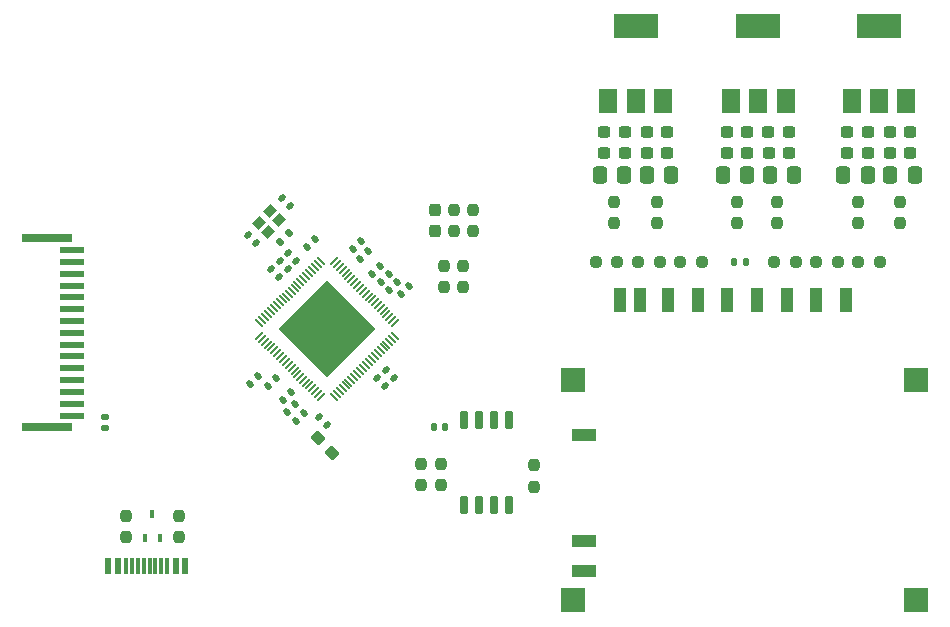
<source format=gbr>
%TF.GenerationSoftware,KiCad,Pcbnew,(6.0.6-0)*%
%TF.CreationDate,2023-04-01T16:22:28+01:00*%
%TF.ProjectId,Teacup,54656163-7570-42e6-9b69-6361645f7063,A*%
%TF.SameCoordinates,Original*%
%TF.FileFunction,Paste,Top*%
%TF.FilePolarity,Positive*%
%FSLAX46Y46*%
G04 Gerber Fmt 4.6, Leading zero omitted, Abs format (unit mm)*
G04 Created by KiCad (PCBNEW (6.0.6-0)) date 2023-04-01 16:22:28*
%MOMM*%
%LPD*%
G01*
G04 APERTURE LIST*
G04 Aperture macros list*
%AMRoundRect*
0 Rectangle with rounded corners*
0 $1 Rounding radius*
0 $2 $3 $4 $5 $6 $7 $8 $9 X,Y pos of 4 corners*
0 Add a 4 corners polygon primitive as box body*
4,1,4,$2,$3,$4,$5,$6,$7,$8,$9,$2,$3,0*
0 Add four circle primitives for the rounded corners*
1,1,$1+$1,$2,$3*
1,1,$1+$1,$4,$5*
1,1,$1+$1,$6,$7*
1,1,$1+$1,$8,$9*
0 Add four rect primitives between the rounded corners*
20,1,$1+$1,$2,$3,$4,$5,0*
20,1,$1+$1,$4,$5,$6,$7,0*
20,1,$1+$1,$6,$7,$8,$9,0*
20,1,$1+$1,$8,$9,$2,$3,0*%
%AMRotRect*
0 Rectangle, with rotation*
0 The origin of the aperture is its center*
0 $1 length*
0 $2 width*
0 $3 Rotation angle, in degrees counterclockwise*
0 Add horizontal line*
21,1,$1,$2,0,0,$3*%
G04 Aperture macros list end*
%ADD10RoundRect,0.237500X-0.237500X0.300000X-0.237500X-0.300000X0.237500X-0.300000X0.237500X0.300000X0*%
%ADD11RoundRect,0.237500X-0.300000X-0.237500X0.300000X-0.237500X0.300000X0.237500X-0.300000X0.237500X0*%
%ADD12RoundRect,0.140000X-0.219203X-0.021213X-0.021213X-0.219203X0.219203X0.021213X0.021213X0.219203X0*%
%ADD13R,1.500000X2.000000*%
%ADD14R,3.800000X2.000000*%
%ADD15RoundRect,0.250000X-0.337500X-0.475000X0.337500X-0.475000X0.337500X0.475000X-0.337500X0.475000X0*%
%ADD16RoundRect,0.140000X0.219203X0.021213X0.021213X0.219203X-0.219203X-0.021213X-0.021213X-0.219203X0*%
%ADD17RoundRect,0.237500X0.237500X-0.250000X0.237500X0.250000X-0.237500X0.250000X-0.237500X-0.250000X0*%
%ADD18RoundRect,0.237500X-0.237500X0.250000X-0.237500X-0.250000X0.237500X-0.250000X0.237500X0.250000X0*%
%ADD19RoundRect,0.250000X0.337500X0.475000X-0.337500X0.475000X-0.337500X-0.475000X0.337500X-0.475000X0*%
%ADD20RoundRect,0.237500X-0.250000X-0.237500X0.250000X-0.237500X0.250000X0.237500X-0.250000X0.237500X0*%
%ADD21RoundRect,0.237500X0.300000X0.237500X-0.300000X0.237500X-0.300000X-0.237500X0.300000X-0.237500X0*%
%ADD22RoundRect,0.140000X0.021213X-0.219203X0.219203X-0.021213X-0.021213X0.219203X-0.219203X0.021213X0*%
%ADD23R,0.600000X1.450000*%
%ADD24R,0.300000X1.450000*%
%ADD25R,0.450000X0.700000*%
%ADD26RoundRect,0.237500X0.250000X0.237500X-0.250000X0.237500X-0.250000X-0.237500X0.250000X-0.237500X0*%
%ADD27RoundRect,0.140000X-0.021213X0.219203X-0.219203X0.021213X0.021213X-0.219203X0.219203X-0.021213X0*%
%ADD28RotRect,0.150000X0.850000X45.000000*%
%ADD29RotRect,0.150000X0.850000X315.000000*%
%ADD30RotRect,5.800000X5.800000X315.000000*%
%ADD31RoundRect,0.150000X0.150000X-0.650000X0.150000X0.650000X-0.150000X0.650000X-0.150000X-0.650000X0*%
%ADD32RoundRect,0.140000X0.140000X0.170000X-0.140000X0.170000X-0.140000X-0.170000X0.140000X-0.170000X0*%
%ADD33R,1.100000X2.000000*%
%ADD34R,2.000000X1.000000*%
%ADD35R,2.000000X2.000000*%
%ADD36RoundRect,0.237500X-0.380070X0.044194X0.044194X-0.380070X0.380070X-0.044194X-0.044194X0.380070X0*%
%ADD37RoundRect,0.140000X-0.170000X0.140000X-0.170000X-0.140000X0.170000X-0.140000X0.170000X0.140000X0*%
%ADD38R,2.000000X0.600000*%
%ADD39R,4.200000X0.700000*%
%ADD40RotRect,0.900000X0.800000X45.000000*%
%ADD41RoundRect,0.135000X0.035355X-0.226274X0.226274X-0.035355X-0.035355X0.226274X-0.226274X0.035355X0*%
%ADD42RoundRect,0.140000X-0.140000X-0.170000X0.140000X-0.170000X0.140000X0.170000X-0.140000X0.170000X0*%
G04 APERTURE END LIST*
D10*
%TO.C,C19*%
X199799999Y-69625000D03*
X199799999Y-71350000D03*
%TD*%
D11*
%TO.C,C2*%
X217737500Y-64800000D03*
X219462500Y-64800000D03*
%TD*%
D12*
%TO.C,C20*%
X183951922Y-71693954D03*
X184630744Y-72372776D03*
%TD*%
D13*
%TO.C,U2*%
X224900000Y-60350000D03*
D14*
X227200000Y-54050000D03*
D13*
X227200000Y-60350000D03*
X229500000Y-60350000D03*
%TD*%
D15*
%TO.C,C1*%
X217762500Y-66600000D03*
X219837500Y-66600000D03*
%TD*%
D16*
%TO.C,C37*%
X186639411Y-75289411D03*
X185960589Y-74610589D03*
%TD*%
D17*
%TO.C,R2*%
X218600000Y-70712500D03*
X218600000Y-68887500D03*
%TD*%
D18*
%TO.C,R0*%
X202200000Y-74312500D03*
X202200000Y-76137500D03*
%TD*%
D17*
%TO.C,R3*%
X215000000Y-70712500D03*
X215000000Y-68887500D03*
%TD*%
D19*
%TO.C,C16*%
X240437500Y-66600000D03*
X238362500Y-66600000D03*
%TD*%
D20*
%TO.C,R18*%
X220587500Y-73987500D03*
X222412500Y-73987500D03*
%TD*%
D12*
%TO.C,C21*%
X186855224Y-68612939D03*
X187534046Y-69291761D03*
%TD*%
%TO.C,C38*%
X195660589Y-83110589D03*
X196339411Y-83789411D03*
%TD*%
D20*
%TO.C,R17*%
X228537500Y-73987500D03*
X230362500Y-73987500D03*
%TD*%
D21*
%TO.C,C18*%
X240062500Y-63000000D03*
X238337500Y-63000000D03*
%TD*%
D18*
%TO.C,R13*%
X200300000Y-91087500D03*
X200300000Y-92912500D03*
%TD*%
D17*
%TO.C,R8*%
X235600000Y-70712500D03*
X235600000Y-68887500D03*
%TD*%
D22*
%TO.C,C25*%
X188960589Y-72739411D03*
X189639411Y-72060589D03*
%TD*%
D16*
%TO.C,C30*%
X188039411Y-73889411D03*
X187360589Y-73210589D03*
%TD*%
D20*
%TO.C,R15*%
X235662500Y-73987500D03*
X237487500Y-73987500D03*
%TD*%
D23*
%TO.C,J1*%
X172150000Y-99755000D03*
X172950000Y-99755000D03*
D24*
X174150000Y-99755000D03*
X175150000Y-99755000D03*
X175650000Y-99755000D03*
X176650000Y-99755000D03*
D23*
X177850000Y-99755000D03*
X178650000Y-99755000D03*
X178650000Y-99755000D03*
X177850000Y-99755000D03*
D24*
X177150000Y-99755000D03*
X176150000Y-99755000D03*
X174650000Y-99755000D03*
X173650000Y-99755000D03*
D23*
X172950000Y-99755000D03*
X172150000Y-99755000D03*
%TD*%
D11*
%TO.C,C15*%
X234737500Y-63000000D03*
X236462500Y-63000000D03*
%TD*%
D21*
%TO.C,C5*%
X215862500Y-64800000D03*
X214137500Y-64800000D03*
%TD*%
D25*
%TO.C,D1*%
X175225000Y-97350000D03*
X176525000Y-97350000D03*
X175875000Y-95350000D03*
%TD*%
D21*
%TO.C,C12*%
X226262500Y-63000000D03*
X224537500Y-63000000D03*
%TD*%
D26*
%TO.C,R19*%
X218862500Y-73987500D03*
X217037500Y-73987500D03*
%TD*%
D27*
%TO.C,C43*%
X188689411Y-86760589D03*
X188010589Y-87439411D03*
%TD*%
%TO.C,C44*%
X184789411Y-83610589D03*
X184110589Y-84289411D03*
%TD*%
D28*
%TO.C,IC1*%
X190151992Y-73954757D03*
X189904505Y-74202245D03*
X189657017Y-74449732D03*
X189409530Y-74697220D03*
X189162043Y-74944707D03*
X188914555Y-75192194D03*
X188667068Y-75439682D03*
X188419581Y-75687169D03*
X188172093Y-75934656D03*
X187924606Y-76182144D03*
X187677119Y-76429631D03*
X187429631Y-76677119D03*
X187182144Y-76924606D03*
X186934656Y-77172093D03*
X186687169Y-77419581D03*
X186439682Y-77667068D03*
X186192194Y-77914555D03*
X185944707Y-78162043D03*
X185697220Y-78409530D03*
X185449732Y-78657017D03*
X185202245Y-78904505D03*
X184954757Y-79151992D03*
D29*
X184954757Y-80248008D03*
X185202245Y-80495495D03*
X185449732Y-80742983D03*
X185697220Y-80990470D03*
X185944707Y-81237957D03*
X186192194Y-81485445D03*
X186439682Y-81732932D03*
X186687169Y-81980419D03*
X186934656Y-82227907D03*
X187182144Y-82475394D03*
X187429631Y-82722881D03*
X187677119Y-82970369D03*
X187924606Y-83217856D03*
X188172093Y-83465344D03*
X188419581Y-83712831D03*
X188667068Y-83960318D03*
X188914555Y-84207806D03*
X189162043Y-84455293D03*
X189409530Y-84702780D03*
X189657017Y-84950268D03*
X189904505Y-85197755D03*
X190151992Y-85445243D03*
D28*
X191248008Y-85445243D03*
X191495495Y-85197755D03*
X191742983Y-84950268D03*
X191990470Y-84702780D03*
X192237957Y-84455293D03*
X192485445Y-84207806D03*
X192732932Y-83960318D03*
X192980419Y-83712831D03*
X193227907Y-83465344D03*
X193475394Y-83217856D03*
X193722881Y-82970369D03*
X193970369Y-82722881D03*
X194217856Y-82475394D03*
X194465344Y-82227907D03*
X194712831Y-81980419D03*
X194960318Y-81732932D03*
X195207806Y-81485445D03*
X195455293Y-81237957D03*
X195702780Y-80990470D03*
X195950268Y-80742983D03*
X196197755Y-80495495D03*
X196445243Y-80248008D03*
D29*
X196445243Y-79151992D03*
X196197755Y-78904505D03*
X195950268Y-78657017D03*
X195702780Y-78409530D03*
X195455293Y-78162043D03*
X195207806Y-77914555D03*
X194960318Y-77667068D03*
X194712831Y-77419581D03*
X194465344Y-77172093D03*
X194217856Y-76924606D03*
X193970369Y-76677119D03*
X193722881Y-76429631D03*
X193475394Y-76182144D03*
X193227907Y-75934656D03*
X192980419Y-75687169D03*
X192732932Y-75439682D03*
X192485445Y-75192194D03*
X192237957Y-74944707D03*
X191990470Y-74697220D03*
X191742983Y-74449732D03*
X191495495Y-74202245D03*
X191248008Y-73954757D03*
D30*
X190700000Y-79700000D03*
%TD*%
D26*
%TO.C,R16*%
X233912500Y-73987500D03*
X232087500Y-73987500D03*
%TD*%
D17*
%TO.C,R12*%
X198600000Y-92912500D03*
X198600000Y-91087500D03*
%TD*%
D13*
%TO.C,U3*%
X235100000Y-60350000D03*
D14*
X237400000Y-54050000D03*
D13*
X237400000Y-60350000D03*
X239700000Y-60350000D03*
%TD*%
D18*
%TO.C,R11*%
X201400000Y-69575000D03*
X201400000Y-71400000D03*
%TD*%
D15*
%TO.C,C13*%
X234362500Y-66600000D03*
X236437500Y-66600000D03*
%TD*%
D27*
%TO.C,C39*%
X187639411Y-85010589D03*
X186960589Y-85689411D03*
%TD*%
D13*
%TO.C,U1*%
X214500000Y-60350000D03*
X216800000Y-60350000D03*
D14*
X216800000Y-54050000D03*
D13*
X219100000Y-60350000D03*
%TD*%
D11*
%TO.C,C9*%
X228037500Y-63000000D03*
X229762500Y-63000000D03*
%TD*%
D31*
%TO.C,U4*%
X202295000Y-94600000D03*
X203565000Y-94600000D03*
X204835000Y-94600000D03*
X206105000Y-94600000D03*
X206105000Y-87400000D03*
X204835000Y-87400000D03*
X203565000Y-87400000D03*
X202295000Y-87400000D03*
%TD*%
D18*
%TO.C,R1*%
X200600000Y-74312499D03*
X200600000Y-76137499D03*
%TD*%
D16*
%TO.C,C34*%
X187339411Y-74589411D03*
X186660589Y-73910589D03*
%TD*%
D32*
%TO.C,C23*%
X200680000Y-87950000D03*
X199720000Y-87950000D03*
%TD*%
D33*
%TO.C,J2*%
X232075000Y-77237500D03*
X229575000Y-77237500D03*
X227075000Y-77237500D03*
X224575000Y-77237500D03*
X222075000Y-77237500D03*
X219575000Y-77237500D03*
X217150000Y-77237500D03*
X215450000Y-77237500D03*
X234575000Y-77237500D03*
D34*
X212400000Y-88637500D03*
D35*
X211500000Y-102637500D03*
X240500000Y-83987500D03*
X240500000Y-102637500D03*
X211500000Y-83987500D03*
D34*
X212400000Y-100187500D03*
X212400000Y-97587500D03*
%TD*%
D21*
%TO.C,C11*%
X226262500Y-64800000D03*
X224537500Y-64800000D03*
%TD*%
D17*
%TO.C,R9*%
X239200000Y-70712500D03*
X239200000Y-68887500D03*
%TD*%
D22*
%TO.C,C46*%
X196960589Y-76739411D03*
X197639411Y-76060589D03*
%TD*%
%TO.C,C45*%
X193460589Y-73739411D03*
X194139411Y-73060589D03*
%TD*%
D11*
%TO.C,C8*%
X228075000Y-64800000D03*
X229800000Y-64800000D03*
%TD*%
D36*
%TO.C,C22*%
X189890120Y-88940120D03*
X191109880Y-90159880D03*
%TD*%
D21*
%TO.C,C6*%
X215862500Y-63000000D03*
X214137500Y-63000000D03*
%TD*%
%TO.C,C17*%
X240062500Y-64800000D03*
X238337500Y-64800000D03*
%TD*%
D12*
%TO.C,C42*%
X194910589Y-83810589D03*
X195589411Y-84489411D03*
%TD*%
D17*
%TO.C,R7*%
X225400000Y-70712500D03*
X225400000Y-68887500D03*
%TD*%
D22*
%TO.C,C41*%
X195210589Y-75689411D03*
X195889411Y-75010589D03*
%TD*%
%TO.C,C26*%
X195910589Y-76389411D03*
X196589411Y-75710589D03*
%TD*%
D27*
%TO.C,C32*%
X186339411Y-83810589D03*
X185660589Y-84489411D03*
%TD*%
D37*
%TO.C,C40*%
X171900000Y-87120000D03*
X171900000Y-88080000D03*
%TD*%
D12*
%TO.C,C31*%
X190010589Y-87160589D03*
X190689411Y-87839411D03*
%TD*%
D38*
%TO.C,J3*%
X169100000Y-73000000D03*
X169100000Y-74000000D03*
X169100000Y-75000000D03*
X169100000Y-76000000D03*
X169100000Y-77000000D03*
X169100000Y-78000000D03*
X169100000Y-79000000D03*
X169100000Y-80000000D03*
X169100000Y-81000000D03*
X169100000Y-82000000D03*
X169100000Y-83000000D03*
X169100000Y-84000000D03*
X169100000Y-85000000D03*
X169100000Y-86000000D03*
X169100000Y-87000000D03*
D39*
X167000000Y-72000000D03*
X167000000Y-88000000D03*
%TD*%
D18*
%TO.C,R10*%
X202999999Y-69575000D03*
X202999999Y-71400000D03*
%TD*%
D17*
%TO.C,R14*%
X208175000Y-93012500D03*
X208175000Y-91187500D03*
%TD*%
D15*
%TO.C,C7*%
X228162500Y-66600000D03*
X230237500Y-66600000D03*
%TD*%
D18*
%TO.C,R5*%
X178100000Y-95487500D03*
X178100000Y-97312500D03*
%TD*%
D27*
%TO.C,C28*%
X187989411Y-86060589D03*
X187310589Y-86739411D03*
%TD*%
D40*
%TO.C,Y1*%
X185652514Y-71450000D03*
X186642463Y-70460051D03*
X185864646Y-69682234D03*
X184874697Y-70672183D03*
%TD*%
D22*
%TO.C,C36*%
X192860589Y-72939411D03*
X193539411Y-72260589D03*
%TD*%
D17*
%TO.C,R6*%
X228800000Y-70712500D03*
X228800000Y-68887500D03*
%TD*%
D11*
%TO.C,C14*%
X234737500Y-64800000D03*
X236462500Y-64800000D03*
%TD*%
D41*
%TO.C,R21*%
X186730852Y-72280852D03*
X187452100Y-71559604D03*
%TD*%
D11*
%TO.C,C3*%
X217737500Y-63000000D03*
X219462500Y-63000000D03*
%TD*%
D20*
%TO.C,R20*%
X213437500Y-73987500D03*
X215262500Y-73987500D03*
%TD*%
D18*
%TO.C,R4*%
X173620000Y-95462500D03*
X173620000Y-97287500D03*
%TD*%
D22*
%TO.C,C35*%
X194510589Y-74989411D03*
X195189411Y-74310589D03*
%TD*%
D19*
%TO.C,C10*%
X226237500Y-66600000D03*
X224162500Y-66600000D03*
%TD*%
D42*
%TO.C,C24*%
X225145000Y-73987500D03*
X226105000Y-73987500D03*
%TD*%
D19*
%TO.C,C4*%
X215837500Y-66600000D03*
X213762500Y-66600000D03*
%TD*%
M02*

</source>
